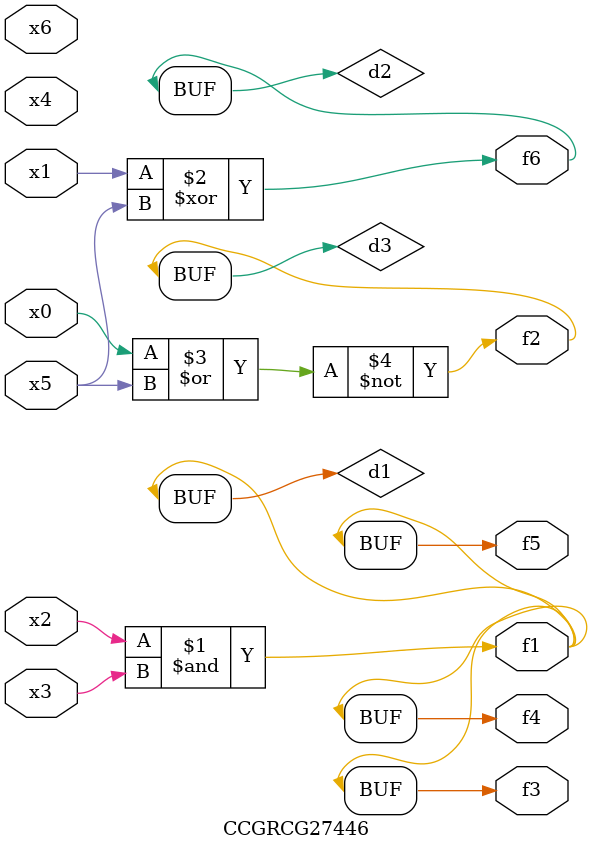
<source format=v>
module CCGRCG27446(
	input x0, x1, x2, x3, x4, x5, x6,
	output f1, f2, f3, f4, f5, f6
);

	wire d1, d2, d3;

	and (d1, x2, x3);
	xor (d2, x1, x5);
	nor (d3, x0, x5);
	assign f1 = d1;
	assign f2 = d3;
	assign f3 = d1;
	assign f4 = d1;
	assign f5 = d1;
	assign f6 = d2;
endmodule

</source>
